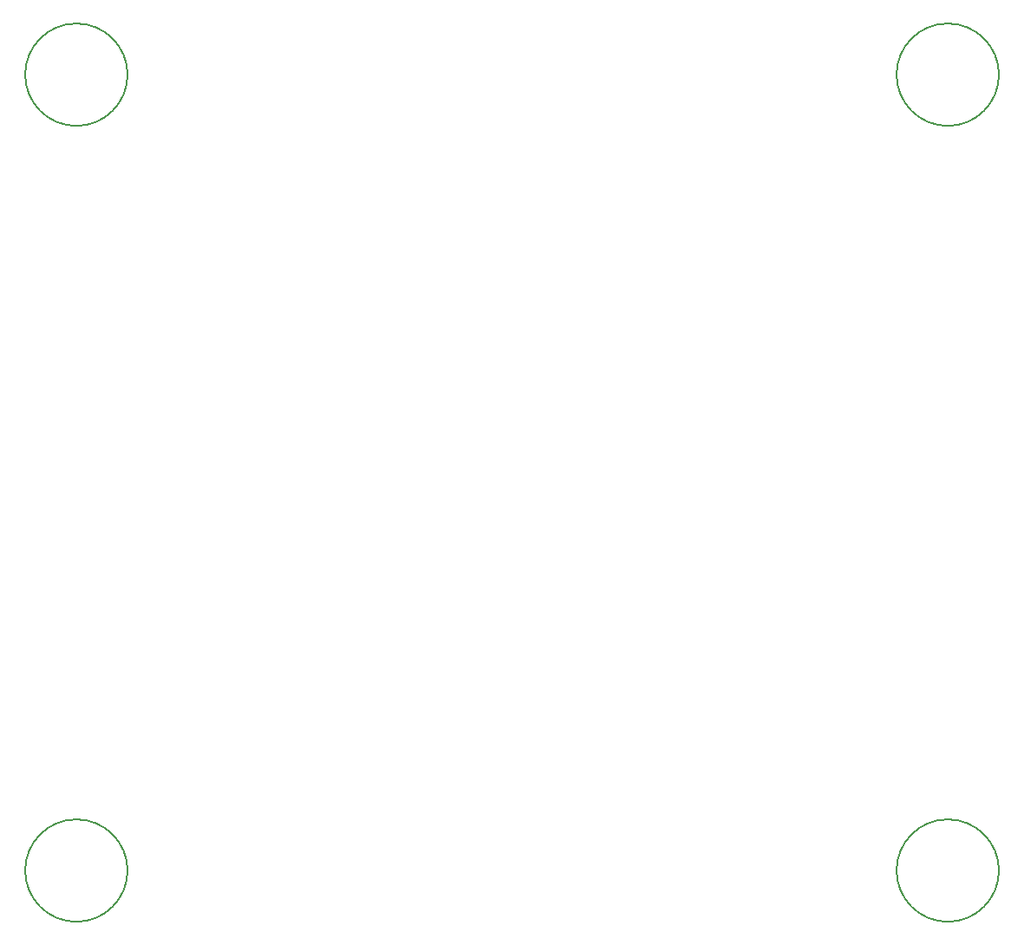
<source format=gbr>
%TF.GenerationSoftware,KiCad,Pcbnew,(5.1.8)-1*%
%TF.CreationDate,2021-11-01T21:13:11+01:00*%
%TF.ProjectId,Dashboard,44617368-626f-4617-9264-2e6b69636164,rev?*%
%TF.SameCoordinates,Original*%
%TF.FileFunction,Other,Comment*%
%FSLAX46Y46*%
G04 Gerber Fmt 4.6, Leading zero omitted, Abs format (unit mm)*
G04 Created by KiCad (PCBNEW (5.1.8)-1) date 2021-11-01 21:13:11*
%MOMM*%
%LPD*%
G01*
G04 APERTURE LIST*
%ADD10C,0.150000*%
G04 APERTURE END LIST*
D10*
%TO.C,H1*%
X178228000Y-20828000D02*
G75*
G03*
X178228000Y-20828000I-5000000J0D01*
G01*
%TO.C,H2*%
X178228000Y-98552000D02*
G75*
G03*
X178228000Y-98552000I-5000000J0D01*
G01*
%TO.C,H3*%
X263318000Y-20828000D02*
G75*
G03*
X263318000Y-20828000I-5000000J0D01*
G01*
%TO.C,H4*%
X263318000Y-98552000D02*
G75*
G03*
X263318000Y-98552000I-5000000J0D01*
G01*
%TD*%
M02*

</source>
